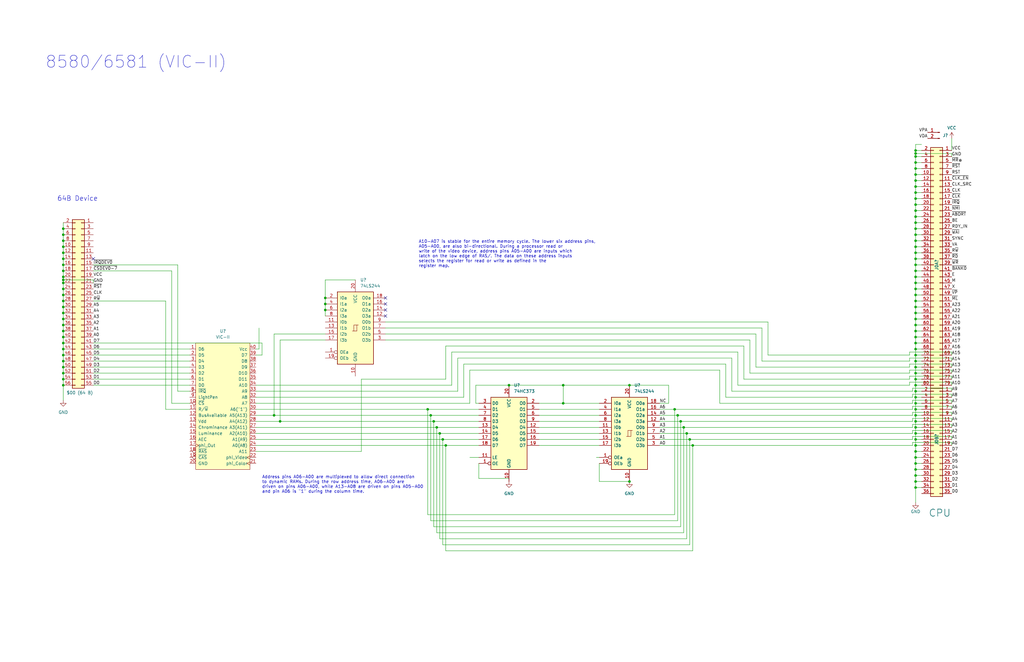
<source format=kicad_sch>
(kicad_sch (version 20230121) (generator eeschema)
  (paper "B")
  (lib_symbols
    (symbol "74xx:74HC373"
      (property "Reference" "U" (at -7.62 16.51 0))
      (property "Value" "74HC373" (at -7.62 -16.51 0))
      (symbol "74HC373_1_0"
        (pin input inverted (at -12.7 -12.7 0) (length 5.08) (name "OE") (number "1"))
        (pin power_in line (at 0 -20.32 90) (length 5.08) (name "GND") (number "10"))
        (pin input line (at -12.7 -10.16 0) (length 5.08) (name "LE") (number "11"))
        (pin tri_state line (at 12.7 2.54 180) (length 5.08) (name "O4") (number "12"))
        (pin input line (at -12.7 2.54 0) (length 5.08) (name "D4") (number "13"))
        (pin input line (at -12.7 0 0) (length 5.08) (name "D5") (number "14"))
        (pin tri_state line (at 12.7 0 180) (length 5.08) (name "O5") (number "15"))
        (pin tri_state line (at 12.7 -2.54 180) (length 5.08) (name "O6") (number "16"))
        (pin input line (at -12.7 -2.54 0) (length 5.08) (name "D6") (number "17"))
        (pin input line (at -12.7 -5.08 0) (length 5.08) (name "D7") (number "18"))
        (pin tri_state line (at 12.7 -5.08 180) (length 5.08) (name "O7") (number "19"))
        (pin tri_state line (at 12.7 12.7 180) (length 5.08) (name "O0") (number "2"))
        (pin power_in line (at 0 20.32 270) (length 5.08) (name "VCC") (number "20"))
        (pin input line (at -12.7 12.7 0) (length 5.08) (name "D0") (number "3"))
        (pin input line (at -12.7 10.16 0) (length 5.08) (name "D1") (number "4"))
        (pin tri_state line (at 12.7 10.16 180) (length 5.08) (name "O1") (number "5"))
        (pin tri_state line (at 12.7 7.62 180) (length 5.08) (name "O2") (number "6"))
        (pin input line (at -12.7 7.62 0) (length 5.08) (name "D2") (number "7"))
        (pin input line (at -12.7 5.08 0) (length 5.08) (name "D3") (number "8"))
        (pin tri_state line (at 12.7 5.08 180) (length 5.08) (name "O3") (number "9"))
      )
    )
    (symbol "74xx:74LS244" (pin_names (offset 1.016))
      (property "Reference" "U" (at -7.62 16.51 0))
      (property "Value" "74LS244" (at -7.62 -16.51 0))
      (symbol "74LS244_1_0"
        (pin input inverted (at -12.7 -10.16 0) (length 5.08) (name "OEa") (number "1"))
        (pin power_in line (at 0 -20.32 90) (length 5.08) (name "GND") (number "10"))
        (pin input line (at -12.7 2.54 0) (length 5.08) (name "I0b") (number "11"))
        (pin tri_state line (at 12.7 5.08 180) (length 5.08) (name "O3a") (number "12"))
        (pin input line (at -12.7 0 0) (length 5.08) (name "I1b") (number "13"))
        (pin tri_state line (at 12.7 7.62 180) (length 5.08) (name "O2a") (number "14"))
        (pin input line (at -12.7 -2.54 0) (length 5.08) (name "I2b") (number "15"))
        (pin tri_state line (at 12.7 10.16 180) (length 5.08) (name "O1a") (number "16"))
        (pin input line (at -12.7 -5.08 0) (length 5.08) (name "I3b") (number "17"))
        (pin tri_state line (at 12.7 12.7 180) (length 5.08) (name "O0a") (number "18"))
        (pin input inverted (at -12.7 -12.7 0) (length 5.08) (name "OEb") (number "19"))
        (pin input line (at -12.7 12.7 0) (length 5.08) (name "I0a") (number "2"))
        (pin power_in line (at 0 20.32 270) (length 5.08) (name "VCC") (number "20"))
        (pin tri_state line (at 12.7 -5.08 180) (length 5.08) (name "O3b") (number "3"))
        (pin input line (at -12.7 10.16 0) (length 5.08) (name "I1a") (number "4"))
        (pin tri_state line (at 12.7 -2.54 180) (length 5.08) (name "O2b") (number "5"))
        (pin input line (at -12.7 7.62 0) (length 5.08) (name "I2a") (number "6"))
        (pin tri_state line (at 12.7 0 180) (length 5.08) (name "O1b") (number "7"))
        (pin input line (at -12.7 5.08 0) (length 5.08) (name "I3a") (number "8"))
        (pin tri_state line (at 12.7 2.54 180) (length 5.08) (name "O0b") (number "9"))
      )
    )
    (symbol "Connector:Conn_01x02_Male" (pin_names (offset 1.016) hide)
      (property "Reference" "J" (at 0 2.54 0))
      (property "Value" "Conn_01x02_Male" (at 0 -5.08 0))
      (symbol "Conn_01x02_Male_1_1"
        (pin passive line (at 5.08 0 180) (length 3.81) (name "Pin_1") (number "1"))
        (pin passive line (at 5.08 -2.54 180) (length 3.81) (name "Pin_2") (number "2"))
      )
    )
    (symbol "Connector_Generic:Conn_02x18_Odd_Even" (pin_names (offset 1.016) hide)
      (property "Reference" "J" (at 1.27 22.86 0))
      (property "Value" "Conn_02x18_Odd_Even" (at 1.27 -25.4 0))
      (symbol "Conn_02x18_Odd_Even_1_1"
        (pin passive line (at -5.08 20.32 0) (length 3.81) (name "Pin_1") (number "1"))
        (pin passive line (at 7.62 10.16 180) (length 3.81) (name "Pin_10") (number "10"))
        (pin passive line (at -5.08 7.62 0) (length 3.81) (name "Pin_11") (number "11"))
        (pin passive line (at 7.62 7.62 180) (length 3.81) (name "Pin_12") (number "12"))
        (pin passive line (at -5.08 5.08 0) (length 3.81) (name "Pin_13") (number "13"))
        (pin passive line (at 7.62 5.08 180) (length 3.81) (name "Pin_14") (number "14"))
        (pin passive line (at -5.08 2.54 0) (length 3.81) (name "Pin_15") (number "15"))
        (pin passive line (at 7.62 2.54 180) (length 3.81) (name "Pin_16") (number "16"))
        (pin passive line (at -5.08 0 0) (length 3.81) (name "Pin_17") (number "17"))
        (pin passive line (at 7.62 0 180) (length 3.81) (name "Pin_18") (number "18"))
        (pin passive line (at -5.08 -2.54 0) (length 3.81) (name "Pin_19") (number "19"))
        (pin passive line (at 7.62 20.32 180) (length 3.81) (name "Pin_2") (number "2"))
        (pin passive line (at 7.62 -2.54 180) (length 3.81) (name "Pin_20") (number "20"))
        (pin passive line (at -5.08 -5.08 0) (length 3.81) (name "Pin_21") (number "21"))
        (pin passive line (at 7.62 -5.08 180) (length 3.81) (name "Pin_22") (number "22"))
        (pin passive line (at -5.08 -7.62 0) (length 3.81) (name "Pin_23") (number "23"))
        (pin passive line (at 7.62 -7.62 180) (length 3.81) (name "Pin_24") (number "24"))
        (pin passive line (at -5.08 -10.16 0) (length 3.81) (name "Pin_25") (number "25"))
        (pin passive line (at 7.62 -10.16 180) (length 3.81) (name "Pin_26") (number "26"))
        (pin passive line (at -5.08 -12.7 0) (length 3.81) (name "Pin_27") (number "27"))
        (pin passive line (at 7.62 -12.7 180) (length 3.81) (name "Pin_28") (number "28"))
        (pin passive line (at -5.08 -15.24 0) (length 3.81) (name "Pin_29") (number "29"))
        (pin passive line (at -5.08 17.78 0) (length 3.81) (name "Pin_3") (number "3"))
        (pin passive line (at 7.62 -15.24 180) (length 3.81) (name "Pin_30") (number "30"))
        (pin passive line (at -5.08 -17.78 0) (length 3.81) (name "Pin_31") (number "31"))
        (pin passive line (at 7.62 -17.78 180) (length 3.81) (name "Pin_32") (number "32"))
        (pin passive line (at -5.08 -20.32 0) (length 3.81) (name "Pin_33") (number "33"))
        (pin passive line (at 7.62 -20.32 180) (length 3.81) (name "Pin_34") (number "34"))
        (pin passive line (at -5.08 -22.86 0) (length 3.81) (name "Pin_35") (number "35"))
        (pin passive line (at 7.62 -22.86 180) (length 3.81) (name "Pin_36") (number "36"))
        (pin passive line (at 7.62 17.78 180) (length 3.81) (name "Pin_4") (number "4"))
        (pin passive line (at -5.08 15.24 0) (length 3.81) (name "Pin_5") (number "5"))
        (pin passive line (at 7.62 15.24 180) (length 3.81) (name "Pin_6") (number "6"))
        (pin passive line (at -5.08 12.7 0) (length 3.81) (name "Pin_7") (number "7"))
        (pin passive line (at 7.62 12.7 180) (length 3.81) (name "Pin_8") (number "8"))
        (pin passive line (at -5.08 10.16 0) (length 3.81) (name "Pin_9") (number "9"))
      )
    )
    (symbol "Connector_Generic:Conn_02x28_Odd_Even" (pin_names (offset 1.016) hide)
      (property "Reference" "J" (at 1.27 35.56 0))
      (property "Value" "Conn_02x28_Odd_Even" (at 1.27 -38.1 0))
      (symbol "Conn_02x28_Odd_Even_1_1"
        (pin passive line (at -5.08 33.02 0) (length 3.81) (name "Pin_1") (number "1"))
        (pin passive line (at 7.62 22.86 180) (length 3.81) (name "Pin_10") (number "10"))
        (pin passive line (at -5.08 20.32 0) (length 3.81) (name "Pin_11") (number "11"))
        (pin passive line (at 7.62 20.32 180) (length 3.81) (name "Pin_12") (number "12"))
        (pin passive line (at -5.08 17.78 0) (length 3.81) (name "Pin_13") (number "13"))
        (pin passive line (at 7.62 17.78 180) (length 3.81) (name "Pin_14") (number "14"))
        (pin passive line (at -5.08 15.24 0) (length 3.81) (name "Pin_15") (number "15"))
        (pin passive line (at 7.62 15.24 180) (length 3.81) (name "Pin_16") (number "16"))
        (pin passive line (at -5.08 12.7 0) (length 3.81) (name "Pin_17") (number "17"))
        (pin passive line (at 7.62 12.7 180) (length 3.81) (name "Pin_18") (number "18"))
        (pin passive line (at -5.08 10.16 0) (length 3.81) (name "Pin_19") (number "19"))
        (pin passive line (at 7.62 33.02 180) (length 3.81) (name "Pin_2") (number "2"))
        (pin passive line (at 7.62 10.16 180) (length 3.81) (name "Pin_20") (number "20"))
        (pin passive line (at -5.08 7.62 0) (length 3.81) (name "Pin_21") (number "21"))
        (pin passive line (at 7.62 7.62 180) (length 3.81) (name "Pin_22") (number "22"))
        (pin passive line (at -5.08 5.08 0) (length 3.81) (name "Pin_23") (number "23"))
        (pin passive line (at 7.62 5.08 180) (length 3.81) (name "Pin_24") (number "24"))
        (pin passive line (at -5.08 2.54 0) (length 3.81) (name "Pin_25") (number "25"))
        (pin passive line (at 7.62 2.54 180) (length 3.81) (name "Pin_26") (number "26"))
        (pin passive line (at -5.08 0 0) (length 3.81) (name "Pin_27") (number "27"))
        (pin passive line (at 7.62 0 180) (length 3.81) (name "Pin_28") (number "28"))
        (pin passive line (at -5.08 -2.54 0) (length 3.81) (name "Pin_29") (number "29"))
        (pin passive line (at -5.08 30.48 0) (length 3.81) (name "Pin_3") (number "3"))
        (pin passive line (at 7.62 -2.54 180) (length 3.81) (name "Pin_30") (number "30"))
        (pin passive line (at -5.08 -5.08 0) (length 3.81) (name "Pin_31") (number "31"))
        (pin passive line (at 7.62 -5.08 180) (length 3.81) (name "Pin_32") (number "32"))
        (pin passive line (at -5.08 -7.62 0) (length 3.81) (name "Pin_33") (number "33"))
        (pin passive line (at 7.62 -7.62 180) (length 3.81) (name "Pin_34") (number "34"))
        (pin passive line (at -5.08 -10.16 0) (length 3.81) (name "Pin_35") (number "35"))
        (pin passive line (at 7.62 -10.16 180) (length 3.81) (name "Pin_36") (number "36"))
        (pin passive line (at -5.08 -12.7 0) (length 3.81) (name "Pin_37") (number "37"))
        (pin passive line (at 7.62 -12.7 180) (length 3.81) (name "Pin_38") (number "38"))
        (pin passive line (at -5.08 -15.24 0) (length 3.81) (name "Pin_39") (number "39"))
        (pin passive line (at 7.62 30.48 180) (length 3.81) (name "Pin_4") (number "4"))
        (pin passive line (at 7.62 -15.24 180) (length 3.81) (name "Pin_40") (number "40"))
        (pin passive line (at -5.08 -17.78 0) (length 3.81) (name "Pin_41") (number "41"))
        (pin passive line (at 7.62 -17.78 180) (length 3.81) (name "Pin_42") (number "42"))
        (pin passive line (at -5.08 -20.32 0) (length 3.81) (name "Pin_43") (number "43"))
        (pin passive line (at 7.62 -20.32 180) (length 3.81) (name "Pin_44") (number "44"))
        (pin passive line (at -5.08 -22.86 0) (length 3.81) (name "Pin_45") (number "45"))
        (pin passive line (at 7.62 -22.86 180) (length 3.81) (name "Pin_46") (number "46"))
        (pin passive line (at -5.08 -25.4 0) (length 3.81) (name "Pin_47") (number "47"))
        (pin passive line (at 7.62 -25.4 180) (length 3.81) (name "Pin_48") (number "48"))
        (pin passive line (at -5.08 -27.94 0) (length 3.81) (name "Pin_49") (number "49"))
        (pin passive line (at -5.08 27.94 0) (length 3.81) (name "Pin_5") (number "5"))
        (pin passive line (at 7.62 -27.94 180) (length 3.81) (name "Pin_50") (number "50"))
        (pin passive line (at -5.08 -30.48 0) (length 3.81) (name "Pin_51") (number "51"))
        (pin passive line (at 7.62 -30.48 180) (length 3.81) (name "Pin_52") (number "52"))
        (pin passive line (at -5.08 -33.02 0) (length 3.81) (name "Pin_53") (number "53"))
        (pin passive line (at 7.62 -33.02 180) (length 3.81) (name "Pin_54") (number "54"))
        (pin passive line (at -5.08 -35.56 0) (length 3.81) (name "Pin_55") (number "55"))
        (pin passive line (at 7.62 -35.56 180) (length 3.81) (name "Pin_56") (number "56"))
        (pin passive line (at 7.62 27.94 180) (length 3.81) (name "Pin_6") (number "6"))
        (pin passive line (at -5.08 25.4 0) (length 3.81) (name "Pin_7") (number "7"))
        (pin passive line (at 7.62 25.4 180) (length 3.81) (name "Pin_8") (number "8"))
        (pin passive line (at -5.08 22.86 0) (length 3.81) (name "Pin_9") (number "9"))
      )
    )
    (symbol "Connector_Generic:Conn_02x40_Odd_Even" (pin_names (offset 1.016) hide)
      (property "Reference" "J" (at 1.27 50.8 0))
      (property "Value" "Conn_02x40_Odd_Even" (at 1.27 -53.34 0))
      (symbol "Conn_02x40_Odd_Even_1_1"
        (pin passive line (at -5.08 48.26 0) (length 3.81) (name "Pin_1") (number "1"))
        (pin passive line (at 7.62 38.1 180) (length 3.81) (name "Pin_10") (number "10"))
        (pin passive line (at -5.08 35.56 0) (length 3.81) (name "Pin_11") (number "11"))
        (pin passive line (at 7.62 35.56 180) (length 3.81) (name "Pin_12") (number "12"))
        (pin passive line (at -5.08 33.02 0) (length 3.81) (name "Pin_13") (number "13"))
        (pin passive line (at 7.62 33.02 180) (length 3.81) (name "Pin_14") (number "14"))
        (pin passive line (at -5.08 30.48 0) (length 3.81) (name "Pin_15") (number "15"))
        (pin passive line (at 7.62 30.48 180) (length 3.81) (name "Pin_16") (number "16"))
        (pin passive line (at -5.08 27.94 0) (length 3.81) (name "Pin_17") (number "17"))
        (pin passive line (at 7.62 27.94 180) (length 3.81) (name "Pin_18") (number "18"))
        (pin passive line (at -5.08 25.4 0) (length 3.81) (name "Pin_19") (number "19"))
        (pin passive line (at 7.62 48.26 180) (length 3.81) (name "Pin_2") (number "2"))
        (pin passive line (at 7.62 25.4 180) (length 3.81) (name "Pin_20") (number "20"))
        (pin passive line (at -5.08 22.86 0) (length 3.81) (name "Pin_21") (number "21"))
        (pin passive line (at 7.62 22.86 180) (length 3.81) (name "Pin_22") (number "22"))
        (pin passive line (at -5.08 20.32 0) (length 3.81) (name "Pin_23") (number "23"))
        (pin passive line (at 7.62 20.32 180) (length 3.81) (name "Pin_24") (number "24"))
        (pin passive line (at -5.08 17.78 0) (length 3.81) (name "Pin_25") (number "25"))
        (pin passive line (at 7.62 17.78 180) (length 3.81) (name "Pin_26") (number "26"))
        (pin passive line (at -5.08 15.24 0) (length 3.81) (name "Pin_27") (number "27"))
        (pin passive line (at 7.62 15.24 180) (length 3.81) (name "Pin_28") (number "28"))
        (pin passive line (at -5.08 12.7 0) (length 3.81) (name "Pin_29") (number "29"))
        (pin passive line (at -5.08 45.72 0) (length 3.81) (name "Pin_3") (number "3"))
        (pin passive line (at 7.62 12.7 180) (length 3.81) (name "Pin_30") (number "30"))
        (pin passive line (at -5.08 10.16 0) (length 3.81) (name "Pin_31") (number "31"))
        (pin passive line (at 7.62 10.16 180) (length 3.81) (name "Pin_32") (number "32"))
        (pin passive line (at -5.08 7.62 0) (length 3.81) (name "Pin_33") (number "33"))
        (pin passive line (at 7.62 7.62 180) (length 3.81) (name "Pin_34") (number "34"))
        (pin passive line (at -5.08 5.08 0) (length 3.81) (name "Pin_35") (number "35"))
        (pin passive line (at 7.62 5.08 180) (length 3.81) (name "Pin_36") (number "36"))
        (pin passive line (at -5.08 2.54 0) (length 3.81) (name "Pin_37") (number "37"))
        (pin passive line (at 7.62 2.54 180) (length 3.81) (name "Pin_38") (number "38"))
        (pin passive line (at -5.08 0 0) (length 3.81) (name "Pin_39") (number "39"))
        (pin passive line (at 7.62 45.72 180) (length 3.81) (name "Pin_4") (number "4"))
        (pin passive line (at 7.62 0 180) (length 3.81) (name "Pin_40") (number "40"))
        (pin passive line (at -5.08 -2.54 0) (length 3.81) (name "Pin_41") (number "41"))
        (pin passive line (at 7.62 -2.54 180) (length 3.81) (name "Pin_42") (number "42"))
        (pin passive line (at -5.08 -5.08 0) (length 3.81) (name "Pin_43") (number "43"))
        (pin passive line (at 7.62 -5.08 180) (length 3.81) (name "Pin_44") (number "44"))
        (pin passive line (at -5.08 -7.62 0) (length 3.81) (name "Pin_45") (number "45"))
        (pin passive line (at 7.62 -7.62 180) (length 3.81) (name "Pin_46") (number "46"))
        (pin passive line (at -5.08 -10.16 0) (length 3.81) (name "Pin_47") (number "47"))
        (pin passive line (at 7.62 -10.16 180) (length 3.81) (name "Pin_48") (number "48"))
        (pin passive line (at -5.08 -12.7 0) (length 3.81) (name "Pin_49") (number "49"))
        (pin passive line (at -5.08 43.18 0) (length 3.81) (name "Pin_5") (number "5"))
        (pin passive line (at 7.62 -12.7 180) (length 3.81) (name "Pin_50") (number "50"))
        (pin passive line (at -5.08 -15.24 0) (length 3.81) (name "Pin_51") (number "51"))
        (pin passive line (at 7.62 -15.24 180) (length 3.81) (name "Pin_52") (number "52"))
        (pin passive line (at -5.08 -17.78 0) (length 3.81) (name "Pin_53") (number "53"))
        (pin passive line (at 7.62 -17.78 180) (length 3.81) (name "Pin_54") (number "54"))
        (pin passive line (at -5.08 -20.32 0) (length 3.81) (name "Pin_55") (number "55"))
        (pin passive line (at 7.62 -20.32 180) (length 3.81) (name "Pin_56") (number "56"))
        (pin passive line (at -5.08 -22.86 0) (length 3.81) (name "Pin_57") (number "57"))
        (pin passive line (at 7.62 -22.86 180) (length 3.81) (name "Pin_58") (number "58"))
        (pin passive line (at -5.08 -25.4 0) (length 3.81) (name "Pin_59") (number "59"))
        (pin passive line (at 7.62 43.18 180) (length 3.81) (name "Pin_6") (number "6"))
        (pin passive line (at 7.62 -25.4 180) (length 3.81) (name "Pin_60") (number "60"))
        (pin passive line (at -5.08 -27.94 0) (length 3.81) (name "Pin_61") (number "61"))
        (pin passive line (at 7.62 -27.94 180) (length 3.81) (name "Pin_62") (number "62"))
        (pin passive line (at -5.08 -30.48 0) (length 3.81) (name "Pin_63") (number "63"))
        (pin passive line (at 7.62 -30.48 180) (length 3.81) (name "Pin_64") (number "64"))
        (pin passive line (at -5.08 -33.02 0) (length 3.81) (name "Pin_65") (number "65"))
        (pin passive line (at 7.62 -33.02 180) (length 3.81) (name "Pin_66") (number "66"))
        (pin passive line (at -5.08 -35.56 0) (length 3.81) (name "Pin_67") (number "67"))
        (pin passive line (at 7.62 -35.56 180) (length 3.81) (name "Pin_68") (number "68"))
        (pin passive line (at -5.08 -38.1 0) (length 3.81) (name "Pin_69") (number "69"))
        (pin passive line (at -5.08 40.64 0) (length 3.81) (name "Pin_7") (number "7"))
        (pin passive line (at 7.62 -38.1 180) (length 3.81) (name "Pin_70") (number "70"))
        (pin passive line (at -5.08 -40.64 0) (length 3.81) (name "Pin_71") (number "71"))
        (pin passive line (at 7.62 -40.64 180) (length 3.81) (name "Pin_72") (number "72"))
        (pin passive line (at -5.08 -43.18 0) (length 3.81) (name "Pin_73") (number "73"))
        (pin passive line (at 7.62 -43.18 180) (length 3.81) (name "Pin_74") (number "74"))
        (pin passive line (at -5.08 -45.72 0) (length 3.81) (name "Pin_75") (number "75"))
        (pin passive line (at 7.62 -45.72 180) (length 3.81) (name "Pin_76") (number "76"))
        (pin passive line (at -5.08 -48.26 0) (length 3.81) (name "Pin_77") (number "77"))
        (pin passive line (at 7.62 -48.26 180) (length 3.81) (name "Pin_78") (number "78"))
        (pin passive line (at -5.08 -50.8 0) (length 3.81) (name "Pin_79") (number "79"))
        (pin passive line (at 7.62 40.64 180) (length 3.81) (name "Pin_8") (number "8"))
        (pin passive line (at 7.62 -50.8 180) (length 3.81) (name "Pin_80") (number "80"))
        (pin passive line (at -5.08 38.1 0) (length 3.81) (name "Pin_9") (number "9"))
      )
    )
    (symbol "GND_2" (power) (pin_names (offset 0))
      (property "Value" "GND_2" (at 0 -3.81 0))
      (symbol "GND_2_1_1"
        (pin power_in line (at 0 0 270) (length 0) hide (name "GND") (number "1"))
      )
    )
    (symbol "VCC_1" (power) (pin_names (offset 0))
      (property "Value" "VCC_1" (at 0 3.81 0))
      (symbol "VCC_1_1_1"
        (pin power_in line (at 0 0 90) (length 0) hide (name "VCC") (number "1"))
      )
    )
    (symbol "Vega816:VIC-II" (pin_names (offset 1.016))
      (property "Reference" "U" (at -10.16 27.94 0))
      (property "Value" "VIC-II" (at 10.16 27.94 0))
      (symbol "VIC-II_1_1"
        (pin bidirectional line (at -13.97 24.13 0) (length 2.54) (name "D6") (number "1"))
        (pin input inverted (at -13.97 1.27 0) (length 2.54) (name "~{CS}") (number "10"))
        (pin output line (at -13.97 -1.27 0) (length 2.54) (name "R/~{W}") (number "11"))
        (pin output line (at -13.97 -3.81 0) (length 2.54) (name "BusAvailable") (number "12"))
        (pin power_in line (at -13.97 -6.35 0) (length 2.54) (name "Vdd") (number "13"))
        (pin output line (at -13.97 -8.89 0) (length 2.54) (name "Chrominance") (number "14"))
        (pin output line (at -13.97 -11.43 0) (length 2.54) (name "Luminance") (number "15"))
        (pin output line (at -13.97 -13.97 0) (length 2.54) (name "AEC") (number "16"))
        (pin output clock (at -13.97 -16.51 0) (length 2.54) (name "phi_Out") (number "17"))
        (pin input inverted (at -13.97 -19.05 0) (length 2.54) (name "~{RAS}") (number "18"))
        (pin input inverted (at -13.97 -21.59 0) (length 2.54) (name "~{CAS}") (number "19"))
        (pin bidirectional line (at -13.97 21.59 0) (length 2.54) (name "D5") (number "2"))
        (pin power_in line (at -13.97 -24.13 0) (length 2.54) (name "GND") (number "20"))
        (pin input clock (at 13.97 -24.13 180) (length 2.54) (name "phi_Color") (number "21"))
        (pin input clock (at 13.97 -21.59 180) (length 2.54) (name "phi_Video") (number "22"))
        (pin output line (at 13.97 -19.05 180) (length 2.54) (name "A11") (number "23"))
        (pin output line (at 13.97 -16.51 180) (length 2.54) (name "A0(A8)") (number "24"))
        (pin output line (at 13.97 -13.97 180) (length 2.54) (name "A1(A9)") (number "25"))
        (pin output line (at 13.97 -11.43 180) (length 2.54) (name "A2(A10)") (number "26"))
        (pin output line (at 13.97 -8.89 180) (length 2.54) (name "A3(A11)") (number "27"))
        (pin output line (at 13.97 -6.35 180) (length 2.54) (name "A4(A12)") (number "28"))
        (pin output line (at 13.97 -3.81 180) (length 2.54) (name "A5(A13)") (number "29"))
        (pin bidirectional line (at -13.97 19.05 0) (length 2.54) (name "D4") (number "3"))
        (pin output line (at 13.97 -1.27 180) (length 2.54) (name "A6(\"1\")") (number "30"))
        (pin output line (at 13.97 1.27 180) (length 2.54) (name "A7") (number "31"))
        (pin output line (at 13.97 3.81 180) (length 2.54) (name "A8") (number "32"))
        (pin output line (at 13.97 6.35 180) (length 2.54) (name "A9") (number "33"))
        (pin output line (at 13.97 8.89 180) (length 2.54) (name "A10") (number "34"))
        (pin bidirectional line (at 13.97 11.43 180) (length 2.54) (name "D11") (number "35"))
        (pin bidirectional line (at 13.97 13.97 180) (length 2.54) (name "D10") (number "36"))
        (pin bidirectional line (at 13.97 16.51 180) (length 2.54) (name "D9") (number "37"))
        (pin bidirectional line (at 13.97 19.05 180) (length 2.54) (name "D8") (number "38"))
        (pin bidirectional line (at 13.97 21.59 180) (length 2.54) (name "D7") (number "39"))
        (pin bidirectional line (at -13.97 16.51 0) (length 2.54) (name "D3") (number "4"))
        (pin power_in line (at 13.97 24.13 180) (length 2.54) (name "Vcc") (number "40"))
        (pin bidirectional line (at -13.97 13.97 0) (length 2.54) (name "D2") (number "5"))
        (pin bidirectional line (at -13.97 11.43 0) (length 2.54) (name "D1") (number "6"))
        (pin bidirectional line (at -13.97 8.89 0) (length 2.54) (name "D0") (number "7"))
        (pin output inverted (at -13.97 6.35 0) (length 2.54) (name "~{IRQ}") (number "8"))
        (pin input line (at -13.97 3.81 0) (length 2.54) (name "LightPen") (number "9"))
      )
    )
  )
  (junction (at 386.08 190.5))
  (junction (at 26.67 147.32))
  (junction (at 186.69 185.42))
  (junction (at 386.08 134.62))
  (junction (at 26.67 116.84))
  (junction (at 237.49 170.18))
  (junction (at 386.08 167.64))
  (junction (at 386.08 104.14))
  (junction (at 386.08 96.52))
  (junction (at 26.67 134.62))
  (junction (at 285.75 175.26))
  (junction (at 182.88 177.8))
  (junction (at 386.08 127))
  (junction (at 386.08 162.56))
  (junction (at 118.11 177.8))
  (junction (at 26.67 114.3))
  (junction (at 386.08 157.48))
  (junction (at 386.08 152.4))
  (junction (at 184.15 180.34))
  (junction (at 386.08 154.94))
  (junction (at 386.08 200.66))
  (junction (at 284.48 172.72))
  (junction (at 137.16 130.81))
  (junction (at 386.08 111.76))
  (junction (at 137.16 128.27))
  (junction (at 386.08 64.77))
  (junction (at 386.08 81.28))
  (junction (at 386.08 119.38))
  (junction (at 386.08 149.86))
  (junction (at 386.08 132.08))
  (junction (at 26.67 124.46))
  (junction (at 386.08 66.04))
  (junction (at 386.08 83.82))
  (junction (at 26.67 109.22))
  (junction (at 386.08 203.2))
  (junction (at 386.08 71.12))
  (junction (at 290.83 185.42))
  (junction (at 26.67 142.24))
  (junction (at 137.16 125.73))
  (junction (at 26.67 160.02))
  (junction (at 386.08 93.98))
  (junction (at 26.67 104.14))
  (junction (at 26.67 99.06))
  (junction (at 26.67 121.92))
  (junction (at 386.08 175.26))
  (junction (at 26.67 111.76))
  (junction (at 26.67 96.52))
  (junction (at 386.08 106.68))
  (junction (at 386.08 205.74))
  (junction (at 386.08 172.72))
  (junction (at 386.08 182.88))
  (junction (at 386.08 129.54))
  (junction (at 26.67 157.48))
  (junction (at 26.67 139.7))
  (junction (at 26.67 162.56))
  (junction (at 386.08 160.02))
  (junction (at 386.08 147.32))
  (junction (at 386.08 198.12))
  (junction (at 386.08 137.16))
  (junction (at 180.34 172.72))
  (junction (at 386.08 139.7))
  (junction (at 26.67 127))
  (junction (at 26.67 132.08))
  (junction (at 288.29 180.34))
  (junction (at 386.08 124.46))
  (junction (at 187.96 187.96))
  (junction (at 386.08 121.92))
  (junction (at 26.67 144.78))
  (junction (at 386.08 73.66))
  (junction (at 386.08 109.22))
  (junction (at 386.08 101.6))
  (junction (at 386.08 165.1))
  (junction (at 26.67 118.11))
  (junction (at 26.67 101.6))
  (junction (at 265.43 203.2))
  (junction (at 292.1 187.96))
  (junction (at 287.02 177.8))
  (junction (at 386.08 142.24))
  (junction (at 26.67 137.16))
  (junction (at 26.67 119.38))
  (junction (at 386.08 114.3))
  (junction (at 386.08 195.58))
  (junction (at 386.08 185.42))
  (junction (at 265.43 162.56))
  (junction (at 386.08 177.8))
  (junction (at 386.08 76.2))
  (junction (at 386.08 78.74))
  (junction (at 386.08 170.18))
  (junction (at 386.08 193.04))
  (junction (at 386.08 116.84))
  (junction (at 115.57 175.26))
  (junction (at 181.61 175.26))
  (junction (at 386.08 86.36))
  (junction (at 237.49 162.56))
  (junction (at 386.08 180.34))
  (junction (at 386.08 63.5))
  (junction (at 26.67 154.94))
  (junction (at 26.67 149.86))
  (junction (at 214.63 162.56))
  (junction (at 289.56 182.88))
  (junction (at 386.08 99.06))
  (junction (at 386.08 91.44))
  (junction (at 386.08 187.96))
  (junction (at 26.67 152.4))
  (junction (at 185.42 182.88))
  (junction (at 26.67 106.68))
  (junction (at 386.08 144.78))
  (junction (at 26.67 129.54))
  (junction (at 386.08 88.9))
  (junction (at 386.08 68.58))
  (no_connect (at 162.56 125.73))
  (no_connect (at 162.56 128.27))
  (no_connect (at 162.56 133.35))
  (no_connect (at 39.37 109.22))
  (no_connect (at 162.56 130.81))
  (wire (pts (xy 383.54 152.4) (xy 383.54 151.13)))
  (wire (pts (xy 386.08 96.52) (xy 386.08 99.06)))
  (wire (pts (xy 386.08 167.64) (xy 386.08 170.18)))
  (wire (pts (xy 386.08 73.66) (xy 388.62 73.66)))
  (wire (pts (xy 26.67 137.16) (xy 26.67 139.7)))
  (wire (pts (xy 386.08 116.84) (xy 388.62 116.84)))
  (wire (pts (xy 26.67 157.48) (xy 26.67 160.02)))
  (wire (pts (xy 278.13 187.96) (xy 292.1 187.96)))
  (wire (pts (xy 26.67 129.54) (xy 26.67 132.08)))
  (wire (pts (xy 386.08 147.32) (xy 388.62 147.32)))
  (wire (pts (xy 318.77 154.94) (xy 383.54 154.94)))
  (wire (pts (xy 316.23 157.48) (xy 383.54 157.48)))
  (wire (pts (xy 180.34 217.17) (xy 284.48 217.17)))
  (wire (pts (xy 386.08 157.48) (xy 388.62 157.48)))
  (wire (pts (xy 284.48 172.72) (xy 384.81 172.72)))
  (wire (pts (xy 401.32 179.07) (xy 384.81 179.07)))
  (wire (pts (xy 278.13 180.34) (xy 288.29 180.34)))
  (wire (pts (xy 251.46 193.04) (xy 252.73 193.04)))
  (wire (pts (xy 162.56 140.97) (xy 318.77 140.97)))
  (wire (pts (xy 26.67 101.6) (xy 26.67 104.14)))
  (wire (pts (xy 386.08 165.1) (xy 386.08 167.64)))
  (wire (pts (xy 384.81 163.83) (xy 401.32 163.83)))
  (wire (pts (xy 383.54 158.75) (xy 401.32 158.75)))
  (wire (pts (xy 74.93 111.76) (xy 39.37 111.76)))
  (wire (pts (xy 115.57 175.26) (xy 181.61 175.26)))
  (wire (pts (xy 386.08 66.04) (xy 386.08 68.58)))
  (wire (pts (xy 109.22 138.43) (xy 109.22 147.32)))
  (wire (pts (xy 384.81 168.91) (xy 401.32 168.91)))
  (wire (pts (xy 386.08 134.62) (xy 386.08 137.16)))
  (wire (pts (xy 383.54 157.48) (xy 383.54 156.21)))
  (wire (pts (xy 285.75 175.26) (xy 285.75 219.71)))
  (wire (pts (xy 107.95 175.26) (xy 115.57 175.26)))
  (wire (pts (xy 237.49 162.56) (xy 237.49 170.18)))
  (wire (pts (xy 386.08 193.04) (xy 386.08 195.58)))
  (wire (pts (xy 180.34 172.72) (xy 201.93 172.72)))
  (wire (pts (xy 386.08 63.5) (xy 386.08 64.77)))
  (wire (pts (xy 313.69 146.05) (xy 313.69 160.02)))
  (wire (pts (xy 384.81 173.99) (xy 384.81 175.26)))
  (wire (pts (xy 401.32 187.96) (xy 401.32 186.69)))
  (wire (pts (xy 69.85 127) (xy 39.37 127)))
  (wire (pts (xy 289.56 182.88) (xy 384.81 182.88)))
  (wire (pts (xy 80.01 172.72) (xy 69.85 172.72)))
  (wire (pts (xy 386.08 129.54) (xy 386.08 132.08)))
  (wire (pts (xy 386.08 144.78) (xy 386.08 147.32)))
  (wire (pts (xy 401.32 171.45) (xy 384.81 171.45)))
  (wire (pts (xy 386.08 165.1) (xy 388.62 165.1)))
  (wire (pts (xy 386.08 170.18) (xy 388.62 170.18)))
  (wire (pts (xy 26.67 142.24) (xy 26.67 144.78)))
  (wire (pts (xy 386.08 149.86) (xy 388.62 149.86)))
  (wire (pts (xy 401.32 184.15) (xy 384.81 184.15)))
  (wire (pts (xy 384.81 167.64) (xy 384.81 166.37)))
  (wire (pts (xy 80.01 157.48) (xy 39.37 157.48)))
  (wire (pts (xy 287.02 177.8) (xy 287.02 222.25)))
  (wire (pts (xy 290.83 185.42) (xy 384.81 185.42)))
  (wire (pts (xy 281.94 170.18) (xy 281.94 162.56)))
  (wire (pts (xy 386.08 91.44) (xy 386.08 93.98)))
  (wire (pts (xy 313.69 160.02) (xy 383.54 160.02)))
  (wire (pts (xy 386.08 129.54) (xy 388.62 129.54)))
  (wire (pts (xy 388.62 76.2) (xy 386.08 76.2)))
  (wire (pts (xy 26.67 119.38) (xy 26.67 121.92)))
  (wire (pts (xy 26.67 118.11) (xy 26.67 119.38)))
  (wire (pts (xy 152.4 190.5) (xy 152.4 160.02)))
  (wire (pts (xy 308.61 151.13) (xy 308.61 165.1)))
  (wire (pts (xy 386.08 121.92) (xy 388.62 121.92)))
  (wire (pts (xy 386.08 76.2) (xy 386.08 78.74)))
  (wire (pts (xy 182.88 177.8) (xy 201.93 177.8)))
  (wire (pts (xy 386.08 193.04) (xy 388.62 193.04)))
  (wire (pts (xy 227.33 177.8) (xy 252.73 177.8)))
  (wire (pts (xy 386.08 119.38) (xy 386.08 121.92)))
  (wire (pts (xy 386.08 137.16) (xy 386.08 139.7)))
  (wire (pts (xy 384.81 176.53) (xy 384.81 177.8)))
  (wire (pts (xy 26.67 127) (xy 26.67 129.54)))
  (wire (pts (xy 386.08 198.12) (xy 386.08 200.66)))
  (wire (pts (xy 386.08 121.92) (xy 386.08 124.46)))
  (wire (pts (xy 181.61 175.26) (xy 201.93 175.26)))
  (wire (pts (xy 321.31 138.43) (xy 321.31 152.4)))
  (wire (pts (xy 107.95 185.42) (xy 186.69 185.42)))
  (wire (pts (xy 386.08 203.2) (xy 386.08 205.74)))
  (wire (pts (xy 26.67 93.98) (xy 26.67 96.52)))
  (wire (pts (xy 384.81 181.61) (xy 384.81 182.88)))
  (wire (pts (xy 107.95 147.32) (xy 109.22 147.32)))
  (wire (pts (xy 386.08 68.58) (xy 388.62 68.58)))
  (wire (pts (xy 26.67 154.94) (xy 26.67 157.48)))
  (wire (pts (xy 386.08 119.38) (xy 388.62 119.38)))
  (wire (pts (xy 386.08 187.96) (xy 388.62 187.96)))
  (wire (pts (xy 107.95 180.34) (xy 184.15 180.34)))
  (wire (pts (xy 287.02 177.8) (xy 384.81 177.8)))
  (wire (pts (xy 386.08 83.82) (xy 386.08 86.36)))
  (wire (pts (xy 386.08 134.62) (xy 388.62 134.62)))
  (wire (pts (xy 386.08 63.5) (xy 388.62 63.5)))
  (wire (pts (xy 386.08 104.14) (xy 386.08 106.68)))
  (wire (pts (xy 386.08 71.12) (xy 386.08 73.66)))
  (wire (pts (xy 115.57 175.26) (xy 115.57 140.97)))
  (wire (pts (xy 107.95 177.8) (xy 118.11 177.8)))
  (wire (pts (xy 26.67 99.06) (xy 26.67 101.6)))
  (wire (pts (xy 401.32 163.83) (xy 401.32 165.1)))
  (wire (pts (xy 308.61 165.1) (xy 384.81 165.1)))
  (wire (pts (xy 386.08 101.6) (xy 386.08 104.14)))
  (wire (pts (xy 278.13 170.18) (xy 281.94 170.18)))
  (wire (pts (xy 186.69 185.42) (xy 201.93 185.42)))
  (wire (pts (xy 185.42 182.88) (xy 185.42 227.33)))
  (wire (pts (xy 292.1 187.96) (xy 384.81 187.96)))
  (wire (pts (xy 386.08 106.68) (xy 388.62 106.68)))
  (wire (pts (xy 289.56 182.88) (xy 289.56 227.33)))
  (wire (pts (xy 386.08 78.74) (xy 388.62 78.74)))
  (wire (pts (xy 26.67 149.86) (xy 26.67 152.4)))
  (wire (pts (xy 401.32 186.69) (xy 384.81 186.69)))
  (wire (pts (xy 386.08 124.46) (xy 386.08 127)))
  (wire (pts (xy 74.93 165.1) (xy 74.93 111.76)))
  (wire (pts (xy 26.67 144.78) (xy 26.67 147.32)))
  (wire (pts (xy 386.08 104.14) (xy 388.62 104.14)))
  (wire (pts (xy 386.08 177.8) (xy 388.62 177.8)))
  (wire (pts (xy 80.01 165.1) (xy 74.93 165.1)))
  (wire (pts (xy 386.08 83.82) (xy 388.62 83.82)))
  (wire (pts (xy 386.08 190.5) (xy 388.62 190.5)))
  (wire (pts (xy 401.32 168.91) (xy 401.32 170.18)))
  (wire (pts (xy 386.08 185.42) (xy 386.08 187.96)))
  (wire (pts (xy 401.32 176.53) (xy 384.81 176.53)))
  (wire (pts (xy 386.08 78.74) (xy 386.08 81.28)))
  (wire (pts (xy 118.11 177.8) (xy 182.88 177.8)))
  (wire (pts (xy 137.16 130.81) (xy 137.16 133.35)))
  (wire (pts (xy 278.13 185.42) (xy 290.83 185.42)))
  (wire (pts (xy 386.08 137.16) (xy 388.62 137.16)))
  (wire (pts (xy 227.33 172.72) (xy 252.73 172.72)))
  (wire (pts (xy 26.67 147.32) (xy 26.67 149.86)))
  (wire (pts (xy 386.08 86.36) (xy 386.08 88.9)))
  (wire (pts (xy 401.32 148.59) (xy 401.32 149.86)))
  (wire (pts (xy 186.69 185.42) (xy 186.69 229.87)))
  (wire (pts (xy 386.08 60.96) (xy 386.08 63.5)))
  (wire (pts (xy 184.15 180.34) (xy 184.15 224.79)))
  (wire (pts (xy 386.08 162.56) (xy 386.08 165.1)))
  (wire (pts (xy 26.67 160.02) (xy 26.67 162.56)))
  (wire (pts (xy 386.08 180.34) (xy 386.08 182.88)))
  (wire (pts (xy 26.67 121.92) (xy 26.67 124.46)))
  (wire (pts (xy 386.08 157.48) (xy 386.08 160.02)))
  (wire (pts (xy 323.85 135.89) (xy 323.85 149.86)))
  (wire (pts (xy 386.08 86.36) (xy 388.62 86.36)))
  (wire (pts (xy 80.01 147.32) (xy 39.37 147.32)))
  (wire (pts (xy 107.95 149.86) (xy 110.49 149.86)))
  (wire (pts (xy 181.61 219.71) (xy 285.75 219.71)))
  (wire (pts (xy 386.08 93.98) (xy 388.62 93.98)))
  (wire (pts (xy 26.67 111.76) (xy 26.67 114.3)))
  (wire (pts (xy 386.08 172.72) (xy 386.08 175.26)))
  (wire (pts (xy 69.85 172.72) (xy 69.85 127)))
  (wire (pts (xy 181.61 175.26) (xy 181.61 219.71)))
  (wire (pts (xy 384.81 184.15) (xy 384.81 185.42)))
  (wire (pts (xy 184.15 224.79) (xy 288.29 224.79)))
  (wire (pts (xy 386.08 96.52) (xy 388.62 96.52)))
  (wire (pts (xy 227.33 175.26) (xy 252.73 175.26)))
  (wire (pts (xy 195.58 153.67) (xy 306.07 153.67)))
  (wire (pts (xy 386.08 73.66) (xy 386.08 76.2)))
  (wire (pts (xy 383.54 148.59) (xy 401.32 148.59)))
  (wire (pts (xy 401.32 177.8) (xy 401.32 176.53)))
  (wire (pts (xy 386.08 111.76) (xy 388.62 111.76)))
  (wire (pts (xy 386.08 200.66) (xy 388.62 200.66)))
  (wire (pts (xy 386.08 190.5) (xy 386.08 193.04)))
  (wire (pts (xy 321.31 152.4) (xy 383.54 152.4)))
  (wire (pts (xy 386.08 167.64) (xy 388.62 167.64)))
  (wire (pts (xy 386.08 127) (xy 388.62 127)))
  (wire (pts (xy 278.13 182.88) (xy 289.56 182.88)))
  (wire (pts (xy 137.16 118.11) (xy 149.86 118.11)))
  (wire (pts (xy 214.63 201.93) (xy 201.93 201.93)))
  (wire (pts (xy 401.32 158.75) (xy 401.32 160.02)))
  (wire (pts (xy 26.67 118.11) (xy 39.37 118.11)))
  (wire (pts (xy 26.67 116.84) (xy 26.67 118.11)))
  (wire (pts (xy 386.08 154.94) (xy 386.08 157.48)))
  (wire (pts (xy 386.08 109.22) (xy 386.08 111.76)))
  (wire (pts (xy 386.08 175.26) (xy 386.08 177.8)))
  (wire (pts (xy 110.49 144.78) (xy 39.37 144.78)))
  (wire (pts (xy 162.56 138.43) (xy 321.31 138.43)))
  (wire (pts (xy 386.08 81.28) (xy 388.62 81.28)))
  (wire (pts (xy 200.66 170.18) (xy 200.66 162.56)))
  (wire (pts (xy 386.08 64.77) (xy 386.08 66.04)))
  (wire (pts (xy 384.81 171.45) (xy 384.81 172.72)))
  (wire (pts (xy 278.13 177.8) (xy 287.02 177.8)))
  (wire (pts (xy 386.08 147.32) (xy 386.08 149.86)))
  (wire (pts (xy 227.33 170.18) (xy 237.49 170.18)))
  (wire (pts (xy 386.08 182.88) (xy 388.62 182.88)))
  (wire (pts (xy 401.32 64.77) (xy 386.08 64.77)))
  (wire (pts (xy 252.73 203.2) (xy 265.43 203.2)))
  (wire (pts (xy 386.08 124.46) (xy 388.62 124.46)))
  (wire (pts (xy 386.08 172.72) (xy 388.62 172.72)))
  (wire (pts (xy 303.53 170.18) (xy 384.81 170.18)))
  (wire (pts (xy 278.13 172.72) (xy 284.48 172.72)))
  (wire (pts (xy 386.08 212.09) (xy 386.08 205.74)))
  (wire (pts (xy 401.32 151.13) (xy 401.32 152.4)))
  (wire (pts (xy 386.08 93.98) (xy 386.08 96.52)))
  (wire (pts (xy 237.49 162.56) (xy 265.43 162.56)))
  (wire (pts (xy 39.37 114.3) (xy 72.39 114.3)))
  (wire (pts (xy 401.32 181.61) (xy 384.81 181.61)))
  (wire (pts (xy 386.08 175.26) (xy 388.62 175.26)))
  (wire (pts (xy 80.01 160.02) (xy 39.37 160.02)))
  (wire (pts (xy 26.67 162.56) (xy 26.67 168.91)))
  (wire (pts (xy 401.32 175.26) (xy 401.32 173.99)))
  (wire (pts (xy 292.1 187.96) (xy 292.1 232.41)))
  (wire (pts (xy 137.16 125.73) (xy 137.16 128.27)))
  (wire (pts (xy 198.12 156.21) (xy 303.53 156.21)))
  (wire (pts (xy 26.67 104.14) (xy 26.67 106.68)))
  (wire (pts (xy 386.08 200.66) (xy 386.08 203.2)))
  (wire (pts (xy 386.08 149.86) (xy 386.08 152.4)))
  (wire (pts (xy 285.75 175.26) (xy 384.81 175.26)))
  (wire (pts (xy 26.67 132.08) (xy 26.67 134.62)))
  (wire (pts (xy 107.95 170.18) (xy 198.12 170.18)))
  (wire (pts (xy 386.08 111.76) (xy 386.08 114.3)))
  (wire (pts (xy 401.32 172.72) (xy 401.32 171.45)))
  (wire (pts (xy 110.49 149.86) (xy 110.49 144.78)))
  (wire (pts (xy 384.81 165.1) (xy 384.81 163.83)))
  (wire (pts (xy 386.08 195.58) (xy 388.62 195.58)))
  (wire (pts (xy 386.08 203.2) (xy 388.62 203.2)))
  (wire (pts (xy 383.54 160.02) (xy 383.54 158.75)))
  (wire (pts (xy 386.08 144.78) (xy 388.62 144.78)))
  (wire (pts (xy 386.08 152.4) (xy 386.08 154.94)))
  (wire (pts (xy 137.16 128.27) (xy 137.16 130.81)))
  (wire (pts (xy 72.39 114.3) (xy 72.39 170.18)))
  (wire (pts (xy 386.08 170.18) (xy 386.08 172.72)))
  (wire (pts (xy 386.08 88.9) (xy 388.62 88.9)))
  (wire (pts (xy 39.37 119.38) (xy 39.37 118.11)))
  (wire (pts (xy 401.32 182.88) (xy 401.32 181.61)))
  (wire (pts (xy 281.94 162.56) (xy 265.43 162.56)))
  (wire (pts (xy 386.08 106.68) (xy 386.08 109.22)))
  (wire (pts (xy 401.32 180.34) (xy 401.32 179.07)))
  (wire (pts (xy 386.08 142.24) (xy 386.08 144.78)))
  (wire (pts (xy 187.96 232.41) (xy 292.1 232.41)))
  (wire (pts (xy 386.08 132.08) (xy 386.08 134.62)))
  (wire (pts (xy 26.67 109.22) (xy 26.67 111.76)))
  (wire (pts (xy 284.48 172.72) (xy 284.48 217.17)))
  (wire (pts (xy 162.56 143.51) (xy 316.23 143.51)))
  (wire (pts (xy 72.39 170.18) (xy 80.01 170.18)))
  (wire (pts (xy 184.15 180.34) (xy 201.93 180.34)))
  (wire (pts (xy 80.01 154.94) (xy 39.37 154.94)))
  (wire (pts (xy 187.96 187.96) (xy 187.96 232.41)))
  (wire (pts (xy 386.08 198.12) (xy 388.62 198.12)))
  (wire (pts (xy 227.33 187.96) (xy 252.73 187.96)))
  (wire (pts (xy 386.08 127) (xy 386.08 129.54)))
  (wire (pts (xy 386.08 71.12) (xy 388.62 71.12)))
  (wire (pts (xy 386.08 160.02) (xy 388.62 160.02)))
  (wire (pts (xy 383.54 162.56) (xy 383.54 161.29)))
  (wire (pts (xy 26.67 96.52) (xy 26.67 99.06)))
  (wire (pts (xy 214.63 162.56) (xy 237.49 162.56)))
  (wire (pts (xy 26.67 124.46) (xy 26.67 127)))
  (wire (pts (xy 107.95 182.88) (xy 185.42 182.88)))
  (wire (pts (xy 383.54 156.21) (xy 401.32 156.21)))
  (wire (pts (xy 198.12 193.04) (xy 201.93 193.04)))
  (wire (pts (xy 107.95 167.64) (xy 195.58 167.64)))
  (wire (pts (xy 386.08 205.74) (xy 388.62 205.74)))
  (wire (pts (xy 288.29 180.34) (xy 384.81 180.34)))
  (wire (pts (xy 311.15 162.56) (xy 383.54 162.56)))
  (wire (pts (xy 290.83 185.42) (xy 290.83 229.87)))
  (wire (pts (xy 401.32 66.04) (xy 401.32 64.77)))
  (wire (pts (xy 384.81 186.69) (xy 384.81 187.96)))
  (wire (pts (xy 386.08 132.08) (xy 388.62 132.08)))
  (wire (pts (xy 384.81 166.37) (xy 401.32 166.37)))
  (wire (pts (xy 180.34 172.72) (xy 180.34 217.17)))
  (wire (pts (xy 182.88 222.25) (xy 287.02 222.25)))
  (wire (pts (xy 80.01 149.86) (xy 39.37 149.86)))
  (wire (pts (xy 26.67 152.4) (xy 26.67 154.94)))
  (wire (pts (xy 383.54 153.67) (xy 401.32 153.67)))
  (wire (pts (xy 227.33 182.88) (xy 252.73 182.88)))
  (wire (pts (xy 118.11 143.51) (xy 137.16 143.51)))
  (wire (pts (xy 386.08 195.58) (xy 386.08 198.12)))
  (wire (pts (xy 182.88 177.8) (xy 182.88 222.25)))
  (wire (pts (xy 26.67 106.68) (xy 26.67 109.22)))
  (wire (pts (xy 201.93 201.93) (xy 201.93 195.58)))
  (wire (pts (xy 162.56 135.89) (xy 323.85 135.89)))
  (wire (pts (xy 401.32 156.21) (xy 401.32 157.48)))
  (wire (pts (xy 26.67 134.62) (xy 26.67 137.16)))
  (wire (pts (xy 115.57 140.97) (xy 137.16 140.97)))
  (wire (pts (xy 383.54 149.86) (xy 383.54 148.59)))
  (wire (pts (xy 186.69 229.87) (xy 290.83 229.87)))
  (wire (pts (xy 384.81 179.07) (xy 384.81 180.34)))
  (wire (pts (xy 386.08 114.3) (xy 388.62 114.3)))
  (wire (pts (xy 195.58 167.64) (xy 195.58 153.67)))
  (wire (pts (xy 386.08 187.96) (xy 386.08 190.5)))
  (wire (pts (xy 187.96 146.05) (xy 313.69 146.05)))
  (wire (pts (xy 386.08 162.56) (xy 388.62 162.56)))
  (wire (pts (xy 152.4 160.02) (xy 187.96 160.02)))
  (wire (pts (xy 107.95 165.1) (xy 193.04 165.1)))
  (wire (pts (xy 107.95 190.5) (xy 152.4 190.5)))
  (wire (pts (xy 386.08 152.4) (xy 388.62 152.4)))
  (wire (pts (xy 383.54 154.94) (xy 383.54 153.67)))
  (wire (pts (xy 386.08 68.58) (xy 386.08 71.12)))
  (wire (pts (xy 386.08 177.8) (xy 386.08 180.34)))
  (wire (pts (xy 401.32 173.99) (xy 384.81 173.99)))
  (wire (pts (xy 386.08 66.04) (xy 388.62 66.04)))
  (wire (pts (xy 386.08 182.88) (xy 386.08 185.42)))
  (wire (pts (xy 311.15 148.59) (xy 311.15 162.56)))
  (wire (pts (xy 386.08 139.7) (xy 386.08 142.24)))
  (wire (pts (xy 386.08 99.06) (xy 386.08 101.6)))
  (wire (pts (xy 237.49 170.18) (xy 252.73 170.18)))
  (wire (pts (xy 383.54 151.13) (xy 401.32 151.13)))
  (wire (pts (xy 386.08 142.24) (xy 388.62 142.24)))
  (wire (pts (xy 193.04 165.1) (xy 193.04 151.13)))
  (wire (pts (xy 80.01 162.56) (xy 39.37 162.56)))
  (wire (pts (xy 185.42 182.88) (xy 201.93 182.88)))
  (wire (pts (xy 190.5 162.56) (xy 190.5 148.59)))
  (wire (pts (xy 401.32 153.67) (xy 401.32 154.94)))
  (wire (pts (xy 401.32 185.42) (xy 401.32 184.15)))
  (wire (pts (xy 26.67 139.7) (xy 26.67 142.24)))
  (wire (pts (xy 306.07 167.64) (xy 384.81 167.64)))
  (wire (pts (xy 386.08 91.44) (xy 388.62 91.44)))
  (wire (pts (xy 107.95 172.72) (xy 180.34 172.72)))
  (wire (pts (xy 80.01 152.4) (xy 39.37 152.4)))
  (wire (pts (xy 383.54 161.29) (xy 401.32 161.29)))
  (wire (pts (xy 386.08 185.42) (xy 388.62 185.42)))
  (wire (pts (xy 227.33 185.42) (xy 252.73 185.42)))
  (wire (pts (xy 386.08 154.94) (xy 388.62 154.94)))
  (wire (pts (xy 306.07 153.67) (xy 306.07 167.64)))
  (wire (pts (xy 288.29 180.34) (xy 288.29 224.79)))
  (wire (pts (xy 185.42 227.33) (xy 289.56 227.33)))
  (wire (pts (xy 193.04 151.13) (xy 308.61 151.13)))
  (wire (pts (xy 386.08 60.96) (xy 388.62 60.96)))
  (wire (pts (xy 227.33 180.34) (xy 252.73 180.34)))
  (wire (pts (xy 386.08 116.84) (xy 386.08 119.38)))
  (wire (pts (xy 200.66 162.56) (xy 214.63 162.56)))
  (wire (pts (xy 200.66 170.18) (xy 201.93 170.18)))
  (wire (pts (xy 187.96 187.96) (xy 201.93 187.96)))
  (wire (pts (xy 107.95 162.56) (xy 190.5 162.56)))
  (wire (pts (xy 384.81 170.18) (xy 384.81 168.91)))
  (wire (pts (xy 26.67 114.3) (xy 26.67 116.84)))
  (wire (pts (xy 386.08 81.28) (xy 386.08 83.82)))
  (wire (pts (xy 198.12 170.18) (xy 198.12 156.21)))
  (wire (pts (xy 303.53 156.21) (xy 303.53 170.18)))
  (wire (pts (xy 386.08 88.9) (xy 386.08 91.44)))
  (wire (pts (xy 386.08 109.22) (xy 388.62 109.22)))
  (wire (pts (xy 190.5 148.59) (xy 311.15 148.59)))
  (wire (pts (xy 401.32 166.37) (xy 401.32 167.64)))
  (wire (pts (xy 316.23 143.51) (xy 316.23 157.48)))
  (wire (pts (xy 386.08 101.6) (xy 388.62 101.6)))
  (wire (pts (xy 386.08 139.7) (xy 388.62 139.7)))
  (wire (pts (xy 187.96 160.02) (xy 187.96 146.05)))
  (wire (pts (xy 386.08 160.02) (xy 386.08 162.56)))
  (wire (pts (xy 386.08 180.34) (xy 388.62 180.34)))
  (wire (pts (xy 118.11 177.8) (xy 118.11 143.51)))
  (wire (pts (xy 401.32 161.29) (xy 401.32 162.56)))
  (wire (pts (xy 386.08 99.06) (xy 388.62 99.06)))
  (wire (pts (xy 252.73 195.58) (xy 252.73 203.2)))
  (wire (pts (xy 278.13 175.26) (xy 285.75 175.26)))
  (wire (pts (xy 401.32 58.42) (xy 401.32 63.5)))
  (wire (pts (xy 107.95 187.96) (xy 187.96 187.96)))
  (wire (pts (xy 137.16 118.11) (xy 137.16 125.73)))
  (wire (pts (xy 386.08 114.3) (xy 386.08 116.84)))
  (wire (pts (xy 318.77 140.97) (xy 318.77 154.94)))
  (wire (pts (xy 323.85 149.86) (xy 383.54 149.86)))
  (text "Address pins A06-A00 are multiplexed to allow direct connection\nto dynamic RAMs. During the row address time, A06-A00 are\ndriven on pins A06-A00, while A13-A08 are driven on pins A05-A00\nand pin A06 is \"1\" during the column time." (at 110.49 208.28 0) (effects (font (size 1.27 1.27)) (justify left bottom)))
  (text "64B Device\n" (at 24.13 85.09 0) (effects (font (size 2 2)) (justify left bottom)))
  (text "8580/6581 (VIC-II)" (at 19.05 29.21 0) (effects (font (size 5 5)) (justify left bottom)))
  (text "A10-A07 is stable for the entire memory cycle. The lower six address pins,\nA05-A00, are also bi-directional. During a processor read or\nwrite of the video device, address pins A05-A00 are inputs which\nlatch on the low edge of RAS/. The data on these address inputs\nselects the register for read or write as defined in the\nregister map." (at 176.53 113.03 0) (effects (font (size 1.27 1.27)) (justify left bottom)))
  (label "A5" (at 39.37 129.54 0))
  (label "~{BANK0}" (at 401.32 114.3 0))
  (label "GND" (at 39.37 119.38 0))
  (label "D1" (at 39.37 160.02 0))
  (label "~{CLK}" (at 401.32 83.82 0))
  (label "X" (at 401.32 121.92 0))
  (label "~{IRQ}" (at 401.32 86.36 0))
  (label "D2" (at 39.37 157.48 0))
  (label "D7" (at 401.32 190.5 0))
  (label "A18" (at 401.32 142.24 0))
  (label "D5" (at 401.32 195.58 0))
  (label "A1" (at 39.37 139.7 0))
  (label "A5" (at 401.32 175.26 0))
  (label "A14" (at 401.32 152.4 0))
  (label "D4" (at 39.37 152.4 0))
  (label "A0" (at 278.13 187.96 0))
  (label "A0" (at 39.37 142.24 0))
  (label "D4" (at 401.32 198.12 0))
  (label "R~{W}" (at 39.37 127 0))
  (label "~{CSDEV0-7}" (at 39.37 114.3 0))
  (label "D1" (at 401.32 205.74 0))
  (label "~{WAI}" (at 401.32 99.06 0))
  (label "~{IRQDEV0}" (at 39.37 111.76 0))
  (label "~{RST}" (at 401.32 71.12 0))
  (label "A3" (at 278.13 180.34 0))
  (label "A2" (at 39.37 137.16 0))
  (label "A1" (at 401.32 185.42 0))
  (label "~{RD}" (at 401.32 109.22 0))
  (label "A4" (at 401.32 177.8 0))
  (label "~{RST}" (at 39.37 121.92 0))
  (label "A11" (at 401.32 160.02 0))
  (label "A2" (at 278.13 182.88 0))
  (label "BE" (at 401.32 93.98 0))
  (label "VPA" (at 391.16 55.88 180))
  (label "VCC" (at 39.37 116.84 0))
  (label "A1" (at 278.13 185.42 0))
  (label "D3" (at 401.32 200.66 0))
  (label "D0" (at 39.37 162.56 0))
  (label "~{WR}" (at 401.32 111.76 0))
  (label "A20" (at 401.32 137.16 0))
  (label "~{MR}⎒" (at 401.32 68.58 0))
  (label "~{VP}" (at 401.32 124.46 0))
  (label "A4" (at 39.37 132.08 0))
  (label "RDY_IN" (at 401.32 96.52 0))
  (label "~{ABORT}" (at 401.32 91.44 0))
  (label "CLK" (at 39.37 124.46 0))
  (label "D7" (at 39.37 144.78 0))
  (label "A13" (at 401.32 154.94 0))
  (label "A6" (at 401.32 172.72 0))
  (label "D6" (at 401.32 193.04 0))
  (label "SYNC" (at 401.32 101.6 0))
  (label "A9" (at 401.32 165.1 0))
  (label "VA" (at 401.32 104.14 0))
  (label "D0" (at 401.32 208.28 0))
  (label "A23" (at 401.32 129.54 0))
  (label "D3" (at 39.37 154.94 0))
  (label "A4" (at 278.13 177.8 0))
  (label "A19" (at 401.32 139.7 0))
  (label "~{CLK_EN}" (at 401.32 76.2 0))
  (label "CLK" (at 401.32 81.28 0))
  (label "A16" (at 401.32 147.32 0))
  (label "A21" (at 401.32 134.62 0))
  (label "D2" (at 401.32 203.2 0))
  (label "A15" (at 401.32 149.86 0))
  (label "~{ML}" (at 401.32 127 0))
  (label "D6" (at 39.37 147.32 0))
  (label "A3" (at 39.37 134.62 0))
  (label "A2" (at 401.32 182.88 0))
  (label "A22" (at 401.32 132.08 0))
  (label "VCC" (at 401.32 63.5 0))
  (label "A3" (at 401.32 180.34 0))
  (label "NC" (at 278.13 170.18 0))
  (label "A7" (at 401.32 170.18 0))
  (label "~{NMI}" (at 401.32 88.9 0))
  (label "A12" (at 401.32 157.48 0))
  (label "A0" (at 401.32 187.96 0))
  (label "A17" (at 401.32 144.78 0))
  (label "A10" (at 401.32 162.56 0))
  (label "D5" (at 39.37 149.86 0))
  (label "R~{W}" (at 401.32 106.68 0))
  (label "A6" (at 278.13 172.72 0))
  (label "RST" (at 401.32 73.66 0))
  (label "M" (at 401.32 119.38 0))
  (label "A5" (at 278.13 175.26 0))
  (label "VDA" (at 391.16 58.42 180))
  (label "GND" (at 401.32 66.04 0))
  (label "A8" (at 401.32 167.64 0))
  (label "E" (at 401.32 116.84 0))
  (label "CLK_SRC" (at 401.32 78.74 0))
  (symbol (lib_id "74xx:74LS244") (at 149.86 138.43 0) (unit 1)
    (property "Reference" "U?" (at 151.8794 118.11 0) (effects (justify left)))
    (property "Value" "74LS244" (at 151.8794 120.65 0) (effects (justify left)))
    (property "Datasheet" "http://www.ti.com/lit/ds/symlink/sn74ls244.pdf" (effects hide))
  )
  (symbol (lib_id "Connector_Generic:Conn_02x28_Odd_Even") (at 34.29 127 0) (mirror y) (unit 1)
    (property "Reference" "J?" (effects hide))
    (property "Value" "$00 (64 B)" (at 33.655 165.735 0))
  )
  (symbol (lib_id "Connector:Conn_01x02_Male") (at 396.24 55.88 0) (mirror y) (unit 1)
    (property "Reference" "J?" (at 397.51 57.15 0) (effects (justify right)))
    (property "Value" "VPA/VDA" (effects hide))
  )
  (symbol (lib_name "GND_2") (lib_id "power:GND") (at 26.67 168.91 0) (unit 1)
    (property "Reference" "#PWR?" (effects hide))
    (property "Value" "GND" (at 26.67 173.99 0))
  )
  (symbol (lib_id "74xx:74LS244") (at 265.43 182.88 0) (unit 1)
    (property "Reference" "U?" (at 267.4494 162.56 0) (effects (justify left)))
    (property "Value" "74LS244" (at 267.4494 165.1 0) (effects (justify left)))
    (property "Datasheet" "http://www.ti.com/lit/ds/symlink/sn74ls244.pdf" (effects hide))
  )
  (symbol (lib_id "74xx:74HC373") (at 214.63 182.88 0) (unit 1)
    (property "Reference" "U?" (at 216.6494 162.56 0) (effects (justify left)))
    (property "Value" "74HC373" (at 216.6494 165.1 0) (effects (justify left)))
    (property "Datasheet" "https://www.ti.com/lit/ds/symlink/cd54hc373.pdf" (effects hide))
  )
  (symbol (lib_id "Vega816:VIC-II") (at 93.98 171.45 0) (unit 1)
    (property "Reference" "U?" (at 93.98 139.7 0))
    (property "Value" "VIC-II" (at 93.98 142.24 0))
    (property "Footprint" "Package_DIP:DIP-40_W15.24mm_Socket" (effects hide))
  )
  (symbol (lib_name "GND_2") (lib_id "power:GND") (at 214.63 203.2 0) (unit 1)
    (property "Reference" "#PWR?" (effects hide))
    (property "Value" "GND" (at 214.63 208.28 0))
  )
  (symbol (lib_id "Connector_Generic:Conn_02x18_Odd_Even") (at 396.24 185.42 0) (mirror y) (unit 1)
    (property "Reference" "J0B?" (at 394.97 185.42 90))
    (property "Value" "CPU" (at 396.2908 216.4588 0) (effects (font (size 3 3))))
    (property "Footprint" "Connector_PinHeader_2.54mm:PinHeader_2x18_P2.54mm_Vertical" (effects hide))
  )
  (symbol (lib_id "Connector_Generic:Conn_02x40_Odd_Even") (at 396.24 111.76 0) (mirror y) (unit 1)
    (property "Reference" "J0A?" (at 394.97 111.76 90))
    (property "Value" "Conn_02x40_Odd_Even" (effects hide))
    (property "Footprint" "Connector_PinHeader_2.54mm:PinHeader_2x40_P2.54mm_Vertical" (effects hide))
  )
  (symbol (lib_name "GND_2") (lib_id "power:GND") (at 265.43 203.2 0) (unit 1)
    (property "Reference" "#PWR?" (effects hide))
    (property "Value" "GND" (at 265.43 208.28 0))
  )
  (symbol (lib_name "GND_2") (lib_id "power:GND") (at 386.08 212.09 0) (unit 1)
    (property "Reference" "#PWR?" (effects hide))
    (property "Value" "GND" (at 386.08 215.9 0))
  )
  (symbol (lib_name "VCC_1") (lib_id "power:VCC") (at 401.32 58.42 0) (mirror y) (unit 1)
    (property "Reference" "#PWR?" (effects hide))
    (property "Value" "VCC" (at 401.32 53.975 0))
  )
)
</source>
